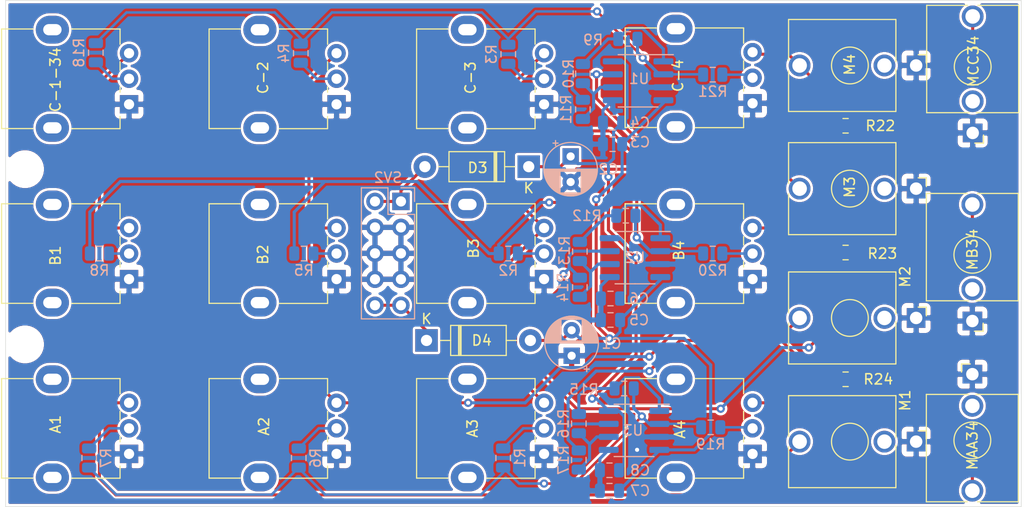
<source format=kicad_pcb>
(kicad_pcb (version 20171130) (host pcbnew 5.1.6)
  (layers (0 Top signal) (31 Bottom signal) (34 B.Paste user hide) (35 F.Paste user) (36 B.SilkS user) (37 F.SilkS user) (38 B.Mask user hide) (39 F.Mask user hide) (44 Edge.Cuts user))
  (net 0 "")
  (net 1 GND)
  (net 2 /N$23)
  (net 3 /N$9)
  (net 4 /N$6)
  (net 5 /N$22)
  (net 6 /N$21)
  (net 7 /N$1)
  (net 8 /N$13)
  (net 9 /N$10)
  (net 10 /N$7)
  (net 11 /N$5)
  (net 12 /N$2)
  (net 13 /N$14)
  (net 14 /N$12)
  (net 15 /N$35)
  (net 16 /N$4)
  (net 17 /N$3)
  (net 18 /N$15)
  (net 19 /N$8)
  (net 20 /+12UP1)
  (net 21 /-12UP1)
  (net 22 /N$17)
  (net 23 /N$16)
  (net 24 /N$11)
  (net 25 /N$18)
  (net 26 /N$26)
  (net 27 /C-11)
  (net 28 /PIN1)
  (net 29 /N$25)
  (net 30 /N$27)
  (net 31 /N$24)
  (net 32 /N$28)
  (net 33 /N$29)
  (net 34 /PINN1)
  (net 35 /N$32)
  (net 36 /N$33)
  (net 37 "Net-(MCC34-PadTN)")
  (net 38 "Net-(MB34-PadTN)")
  (net 39 "Net-(MAA34-PadTN)")
  (net 40 "Net-(M4-PadTN)")
  (net 41 "Net-(M3-PadTN)")
  (net 42 "Net-(M2-PadTN)")
  (net 43 "Net-(M1-PadTN)")
  (module Capacitor_THT:CP_Radial_D5.0mm_P2.50mm (layer Bottom) (at 154.1 95.5 270)
    (fp_text reference C2 (at 1.25 -3.7 180) (layer B.SilkS) (effects (justify mirror)))
    (fp_text value 10uF)
    (pad 2 thru_hole circle (at 2.5 0 270) (size 1.6 1.6) (drill 0.8) (layers *.Cu *.Mask) (net 1 GND))
    (pad 1 thru_hole rect (at 0 0 270) (size 1.6 1.6) (drill 0.8) (layers *.Cu *.Mask) (net 15 /N$35))
  )
  (module Capacitor_THT:CP_Radial_D5.0mm_P2.50mm (layer Bottom) (at 154.2 115 90)
    (fp_text reference C1 (at 1.2 3.9 180) (layer B.SilkS) (effects (justify mirror)))
    (fp_text value 10uF)
    (pad 2 thru_hole circle (at 2.5 0 90) (size 1.6 1.6) (drill 0.8) (layers *.Cu *.Mask) (net 14 /N$12))
    (pad 1 thru_hole rect (at 0 0 90) (size 1.6 1.6) (drill 0.8) (layers *.Cu *.Mask) (net 1 GND))
  )
  (module Diode_THT:D_DO-41_SOD81_P10.16mm_Horizontal (layer Top) (at 140 113.5)
    (fp_text reference D4 (at 5.4 0) (layer F.SilkS))
    (fp_text value 1N4004)
    (fp_text user K (at 0 -2.1) (layer F.SilkS))
    (pad 2 thru_hole oval (at 10.16 0) (size 2.2 2.2) (drill 1.1) (layers *.Cu *.Mask) (net 14 /N$12))
    (pad 1 thru_hole rect (at 0 0) (size 2.2 2.2) (drill 1.1) (layers *.Cu *.Mask) (net 21 /-12UP1))
  )
  (module Diode_THT:D_DO-41_SOD81_P10.16mm_Horizontal (layer Top) (at 150 96.5 180)
    (fp_text reference D3 (at 5 -0.1086) (layer F.SilkS))
    (fp_text value 1N4004)
    (fp_text user K (at 0 -2.1) (layer F.SilkS))
    (pad 2 thru_hole oval (at 10.16 0 180) (size 2.2 2.2) (drill 1.1) (layers *.Cu *.Mask) (net 20 /+12UP1))
    (pad 1 thru_hole rect (at 0 0 180) (size 2.2 2.2) (drill 1.1) (layers *.Cu *.Mask) (net 15 /N$35))
  )
  (module Resistor_SMD:R_0805_2012Metric (layer Top) (at 181 117.3 180)
    (fp_text reference R24 (at -3.2 0) (layer F.SilkS))
    (fp_text value 1k)
    (pad 2 smd roundrect (at 0.9375 0 180) (size 0.975 1.4) (layers Top F.Paste F.Mask) (net 36 /N$33))
    (pad 1 smd roundrect (at -0.9375 0 180) (size 0.975 1.4) (layers Top F.Paste F.Mask) (net 22 /N$17))
  )
  (module Resistor_SMD:R_0805_2012Metric (layer Bottom) (at 154.9 125.2 270)
    (fp_text reference R17 (at 0 1.5 90) (layer B.SilkS) (effects (justify mirror)))
    (fp_text value 100k)
    (pad 1 smd roundrect (at -0.9375 0 270) (size 0.975 1.4) (layers Bottom B.Paste B.Mask) (net 36 /N$33))
    (pad 2 smd roundrect (at 0.9375 0 270) (size 0.975 1.4) (layers Bottom B.Paste B.Mask) (net 35 /N$32))
  )
  (module Resistor_SMD:R_0805_2012Metric (layer Bottom) (at 154.9 121.6375 90)
    (fp_text reference R16 (at 0 -1.5 90) (layer B.SilkS) (effects (justify mirror)))
    (fp_text value 100k)
    (pad 2 smd roundrect (at 0.9375 0 90) (size 0.975 1.4) (layers Bottom B.Paste B.Mask) (net 34 /PINN1))
    (pad 1 smd roundrect (at -0.9375 0 90) (size 0.975 1.4) (layers Bottom B.Paste B.Mask) (net 35 /N$32))
  )
  (module Resistor_SMD:R_0805_2012Metric (layer Bottom) (at 159.3375 118.2)
    (fp_text reference R15 (at -3.9375 0.1) (layer B.SilkS) (effects (justify mirror)))
    (fp_text value 100k)
    (pad 2 smd roundrect (at 0.9375 0) (size 0.975 1.4) (layers Bottom B.Paste B.Mask) (net 25 /N$18))
    (pad 1 smd roundrect (at -0.9375 0) (size 0.975 1.4) (layers Bottom B.Paste B.Mask) (net 34 /PINN1))
  )
  (module Resistor_SMD:R_0805_2012Metric (layer Top) (at 181 104.9 180)
    (fp_text reference R23 (at -3.6 -0.1) (layer F.SilkS))
    (fp_text value 1k)
    (pad 2 smd roundrect (at 0.9375 0 180) (size 0.975 1.4) (layers Top F.Paste F.Mask) (net 33 /N$29))
    (pad 1 smd roundrect (at -0.9375 0 180) (size 0.975 1.4) (layers Top F.Paste F.Mask) (net 23 /N$16))
  )
  (module Resistor_SMD:R_0805_2012Metric (layer Bottom) (at 155 108.3 270)
    (fp_text reference R14 (at 0 1.65 90) (layer B.SilkS) (effects (justify mirror)))
    (fp_text value 100k)
    (pad 2 smd roundrect (at 0.9375 0 270) (size 0.975 1.4) (layers Bottom B.Paste B.Mask) (net 32 /N$28))
    (pad 1 smd roundrect (at -0.9375 0 270) (size 0.975 1.4) (layers Bottom B.Paste B.Mask) (net 33 /N$29))
  )
  (module Resistor_SMD:R_0805_2012Metric (layer Bottom) (at 155 104.8 90)
    (fp_text reference R13 (at 0.1 -1.5 90) (layer B.SilkS) (effects (justify mirror)))
    (fp_text value 100k)
    (pad 2 smd roundrect (at 0.9375 0 90) (size 0.975 1.4) (layers Bottom B.Paste B.Mask) (net 31 /N$24))
    (pad 1 smd roundrect (at -0.9375 0 90) (size 0.975 1.4) (layers Bottom B.Paste B.Mask) (net 32 /N$28))
  )
  (module Resistor_SMD:R_0805_2012Metric (layer Bottom) (at 159.5 101.3)
    (fp_text reference R12 (at -3.8 0) (layer B.SilkS) (effects (justify mirror)))
    (fp_text value 100k)
    (pad 2 smd roundrect (at 0.9375 0) (size 0.975 1.4) (layers Bottom B.Paste B.Mask) (net 26 /N$26))
    (pad 1 smd roundrect (at -0.9375 0) (size 0.975 1.4) (layers Bottom B.Paste B.Mask) (net 31 /N$24))
  )
  (module Resistor_SMD:R_0805_2012Metric (layer Top) (at 181 92.5 180)
    (fp_text reference R22 (at -3.4 0) (layer F.SilkS))
    (fp_text value 1k)
    (pad 2 smd roundrect (at 0.9375 0 180) (size 0.975 1.4) (layers Top F.Paste F.Mask) (net 30 /N$27))
    (pad 1 smd roundrect (at -0.9375 0 180) (size 0.975 1.4) (layers Top F.Paste F.Mask) (net 24 /N$11))
  )
  (module Resistor_SMD:R_0805_2012Metric (layer Bottom) (at 155.3 90.9 270)
    (fp_text reference R11 (at 0 1.65 90) (layer B.SilkS) (effects (justify mirror)))
    (fp_text value 100k)
    (pad 2 smd roundrect (at 0.9375 0 270) (size 0.975 1.4) (layers Bottom B.Paste B.Mask) (net 29 /N$25))
    (pad 1 smd roundrect (at -0.9375 0 270) (size 0.975 1.4) (layers Bottom B.Paste B.Mask) (net 30 /N$27))
  )
  (module Resistor_SMD:R_0805_2012Metric (layer Bottom) (at 155.3 87.4 90)
    (fp_text reference R10 (at 0 -1.4 90) (layer B.SilkS) (effects (justify mirror)))
    (fp_text value 100k)
    (pad 2 smd roundrect (at 0.9375 0 90) (size 0.975 1.4) (layers Bottom B.Paste B.Mask) (net 28 /PIN1))
    (pad 1 smd roundrect (at -0.9375 0 90) (size 0.975 1.4) (layers Bottom B.Paste B.Mask) (net 29 /N$25))
  )
  (module Resistor_SMD:R_0805_2012Metric (layer Bottom) (at 108 105)
    (fp_text reference R8 (at 0 1.65) (layer B.SilkS) (effects (justify mirror)))
    (fp_text value 100k)
    (pad 2 smd roundrect (at 0.9375 0) (size 0.975 1.4) (layers Bottom B.Paste B.Mask) (net 10 /N$7))
    (pad 1 smd roundrect (at -0.9375 0) (size 0.975 1.4) (layers Bottom B.Paste B.Mask) (net 26 /N$26))
  )
  (module Resistor_SMD:R_0805_2012Metric (layer Bottom) (at 107 125 90)
    (fp_text reference R7 (at 0 1.65 90) (layer B.SilkS) (effects (justify mirror)))
    (fp_text value 100k)
    (pad 2 smd roundrect (at 0.9375 0 90) (size 0.975 1.4) (layers Bottom B.Paste B.Mask) (net 3 /N$9))
    (pad 1 smd roundrect (at -0.9375 0 90) (size 0.975 1.4) (layers Bottom B.Paste B.Mask) (net 25 /N$18))
  )
  (module Resistor_SMD:R_0805_2012Metric (layer Bottom) (at 127.5 125 90)
    (fp_text reference R6 (at 0 1.65 90) (layer B.SilkS) (effects (justify mirror)))
    (fp_text value 100k)
    (pad 2 smd roundrect (at 0.9375 0 90) (size 0.975 1.4) (layers Bottom B.Paste B.Mask) (net 4 /N$6))
    (pad 1 smd roundrect (at -0.9375 0 90) (size 0.975 1.4) (layers Bottom B.Paste B.Mask) (net 25 /N$18))
  )
  (module Resistor_SMD:R_0805_2012Metric (layer Bottom) (at 128 105)
    (fp_text reference R5 (at 0 1.65) (layer B.SilkS) (effects (justify mirror)))
    (fp_text value 100k)
    (pad 2 smd roundrect (at 0.9375 0) (size 0.975 1.4) (layers Bottom B.Paste B.Mask) (net 11 /N$5))
    (pad 1 smd roundrect (at -0.9375 0) (size 0.975 1.4) (layers Bottom B.Paste B.Mask) (net 26 /N$26))
  )
  (module Resistor_SMD:R_0805_2012Metric (layer Bottom) (at 127.7 85.4 270)
    (fp_text reference R4 (at 0 1.65 90) (layer B.SilkS) (effects (justify mirror)))
    (fp_text value 100k)
    (pad 2 smd roundrect (at 0.9375 0 270) (size 0.975 1.4) (layers Bottom B.Paste B.Mask) (net 16 /N$4))
    (pad 1 smd roundrect (at -0.9375 0 270) (size 0.975 1.4) (layers Bottom B.Paste B.Mask) (net 27 /C-11))
  )
  (module Resistor_SMD:R_0805_2012Metric (layer Bottom) (at 168 105)
    (fp_text reference R20 (at 0 1.65) (layer B.SilkS) (effects (justify mirror)))
    (fp_text value 100k)
    (pad 2 smd roundrect (at 0.9375 0) (size 0.975 1.4) (layers Bottom B.Paste B.Mask) (net 13 /N$14))
    (pad 1 smd roundrect (at -0.9375 0) (size 0.975 1.4) (layers Bottom B.Paste B.Mask) (net 26 /N$26))
  )
  (module Resistor_SMD:R_0805_2012Metric (layer Bottom) (at 167.8 122)
    (fp_text reference R19 (at 0 1.65) (layer B.SilkS) (effects (justify mirror)))
    (fp_text value 100k)
    (pad 2 smd roundrect (at 0.9375 0) (size 0.975 1.4) (layers Bottom B.Paste B.Mask) (net 8 /N$13))
    (pad 1 smd roundrect (at -0.9375 0) (size 0.975 1.4) (layers Bottom B.Paste B.Mask) (net 25 /N$18))
  )
  (module Resistor_SMD:R_0805_2012Metric (layer Bottom) (at 147.5 125 90)
    (fp_text reference R1 (at 0 1.65 90) (layer B.SilkS) (effects (justify mirror)))
    (fp_text value 100k)
    (pad 2 smd roundrect (at 0.9375 0 90) (size 0.975 1.4) (layers Bottom B.Paste B.Mask) (net 7 /N$1))
    (pad 1 smd roundrect (at -0.9375 0 90) (size 0.975 1.4) (layers Bottom B.Paste B.Mask) (net 25 /N$18))
  )
  (module "" (layer Top) (at 100.7236 113.8886)
    (fp_text reference @HOLE0 hide)
    (fp_text value "" (at 0 0) (layer F.SilkS) (effects (font (size 1.27 1.27))))
    (pad "" np_thru_hole circle (at 0 0) (size 3.2 3.2) (drill 3.2) (layers *.Cu *.Mask))
  )
  (module "" (layer Top) (at 100.7236 96.7436)
    (fp_text reference @HOLE1 hide)
    (fp_text value "" (at 0 0) (layer F.SilkS) (effects (font (size 1.27 1.27))))
    (pad "" np_thru_hole circle (at 0 0) (size 3.2 3.2) (drill 3.2) (layers *.Cu *.Mask))
  )
  (module Connector_Audio:Jack_3.5mm_QingPu_WQP-PJ398SM_Vertical_CircularHoles (layer Top) (at 193.4336 93.2 180)
    (fp_text reference MCC34 (at -0.0664 7 270) (layer F.SilkS))
    (fp_text value AudioJack)
    (pad TN thru_hole circle (at 0 3.1) (size 2.13 2.13) (drill 1.42) (layers *.Cu *.Mask) (net 37 "Net-(MCC34-PadTN)"))
    (pad S thru_hole rect (at 0 0) (size 1.93 1.83) (drill 1.22) (layers *.Cu *.Mask) (net 1 GND))
    (pad T thru_hole circle (at 0 11.4) (size 2.13 2.13) (drill 1.43) (layers *.Cu *.Mask) (net 24 /N$11))
  )
  (module Connector_Audio:Jack_3.5mm_QingPu_WQP-PJ398SM_Vertical_CircularHoles (layer Top) (at 193.4 111.6 180)
    (fp_text reference MB34 (at 0 7 270) (layer F.SilkS))
    (fp_text value AudioJack)
    (pad TN thru_hole circle (at 0 3.1) (size 2.13 2.13) (drill 1.42) (layers *.Cu *.Mask) (net 38 "Net-(MB34-PadTN)"))
    (pad S thru_hole rect (at 0 0) (size 1.93 1.83) (drill 1.22) (layers *.Cu *.Mask) (net 1 GND))
    (pad T thru_hole circle (at 0 11.4) (size 2.13 2.13) (drill 1.43) (layers *.Cu *.Mask) (net 23 /N$16))
  )
  (module Connector_Audio:Jack_3.5mm_QingPu_WQP-PJ398SM_Vertical_CircularHoles (layer Top) (at 193.4 116.8)
    (fp_text reference MAA34 (at 0 7 270) (layer F.SilkS))
    (fp_text value AudioJack)
    (pad TN thru_hole circle (at 0 3.1 180) (size 2.13 2.13) (drill 1.42) (layers *.Cu *.Mask) (net 39 "Net-(MAA34-PadTN)"))
    (pad S thru_hole rect (at 0 0 180) (size 1.93 1.83) (drill 1.22) (layers *.Cu *.Mask) (net 1 GND))
    (pad T thru_hole circle (at 0 11.4 180) (size 2.13 2.13) (drill 1.43) (layers *.Cu *.Mask) (net 22 /N$17))
  )
  (module Connector_Audio:Jack_3.5mm_QingPu_WQP-PJ398SM_Vertical_CircularHoles (layer Top) (at 187.9 86.6 270)
    (fp_text reference M4 (at -0.0836 6.5 270) (layer F.SilkS))
    (fp_text value AudioJack)
    (pad TN thru_hole circle (at 0 3.1 90) (size 2.13 2.13) (drill 1.42) (layers *.Cu *.Mask) (net 40 "Net-(M4-PadTN)"))
    (pad S thru_hole rect (at 0 0 90) (size 1.93 1.83) (drill 1.22) (layers *.Cu *.Mask) (net 1 GND))
    (pad T thru_hole circle (at 0 11.4 90) (size 2.13 2.13) (drill 1.43) (layers *.Cu *.Mask) (net 9 /N$10))
  )
  (module Connector_Audio:Jack_3.5mm_QingPu_WQP-PJ398SM_Vertical_CircularHoles (layer Top) (at 187.9 98.6486 270)
    (fp_text reference M3 (at -0.1486 6.5 270) (layer F.SilkS))
    (fp_text value AudioJack)
    (pad TN thru_hole circle (at 0 3.1 90) (size 2.13 2.13) (drill 1.42) (layers *.Cu *.Mask) (net 41 "Net-(M3-PadTN)"))
    (pad S thru_hole rect (at 0 0 90) (size 1.93 1.83) (drill 1.22) (layers *.Cu *.Mask) (net 1 GND))
    (pad T thru_hole circle (at 0 11.4 90) (size 2.13 2.13) (drill 1.43) (layers *.Cu *.Mask) (net 6 /N$21))
  )
  (module Connector_Audio:Jack_3.5mm_QingPu_WQP-PJ398SM_Vertical_CircularHoles (layer Top) (at 187.9 111.3 270)
    (fp_text reference M2 (at -4.03 1.08 270) (layer F.SilkS))
    (fp_text value AudioJack)
    (pad TN thru_hole circle (at 0 3.1 90) (size 2.13 2.13) (drill 1.42) (layers *.Cu *.Mask) (net 42 "Net-(M2-PadTN)"))
    (pad S thru_hole rect (at 0 0 90) (size 1.93 1.83) (drill 1.22) (layers *.Cu *.Mask) (net 1 GND))
    (pad T thru_hole circle (at 0 11.4 90) (size 2.13 2.13) (drill 1.43) (layers *.Cu *.Mask) (net 5 /N$22))
  )
  (module Connector_Audio:Jack_3.5mm_QingPu_WQP-PJ398SM_Vertical_CircularHoles (layer Top) (at 187.9 123.4 270)
    (fp_text reference M1 (at -4.03 1.08 270) (layer F.SilkS))
    (fp_text value AudioJack)
    (pad TN thru_hole circle (at 0 3.1 90) (size 2.13 2.13) (drill 1.42) (layers *.Cu *.Mask) (net 43 "Net-(M1-PadTN)"))
    (pad S thru_hole rect (at 0 0 90) (size 1.93 1.83) (drill 1.22) (layers *.Cu *.Mask) (net 1 GND))
    (pad T thru_hole circle (at 0 11.4 90) (size 2.13 2.13) (drill 1.43) (layers *.Cu *.Mask) (net 2 /N$23))
  )
  (module Potentiometer_THT:Potentiometer_Alpha_RD901F-40-00D_Single_Vertical (layer Top) (at 171.9 90.3 180)
    (fp_text reference C-4 (at 7.3 2.7 270) (layer F.SilkS))
    (fp_text value A100K)
    (pad 1 thru_hole rect (at 0 0 270) (size 1.8 1.8) (drill 1) (layers *.Cu *.Mask) (net 1 GND))
    (pad 2 thru_hole circle (at 0 2.5 270) (size 1.8 1.8) (drill 1) (layers *.Cu *.Mask) (net 18 /N$15))
    (pad 3 thru_hole circle (at 0 5 270) (size 1.8 1.8) (drill 1) (layers *.Cu *.Mask) (net 9 /N$10))
    (pad "" thru_hole oval (at 7.5 7.3 270) (size 2.72 3.24) (drill oval 1.1 1.8) (layers *.Cu *.Mask))
    (pad "" thru_hole oval (at 7.5 -2.3 270) (size 2.72 3.24) (drill oval 1.1 1.8) (layers *.Cu *.Mask))
  )
  (module Potentiometer_THT:Potentiometer_Alpha_RD901F-40-00D_Single_Vertical (layer Top) (at 171.9 107.5 180)
    (fp_text reference B4 (at 7.2 2.8 270) (layer F.SilkS))
    (fp_text value A100K)
    (pad 1 thru_hole rect (at 0 0 270) (size 1.8 1.8) (drill 1) (layers *.Cu *.Mask) (net 1 GND))
    (pad 2 thru_hole circle (at 0 2.5 270) (size 1.8 1.8) (drill 1) (layers *.Cu *.Mask) (net 13 /N$14))
    (pad 3 thru_hole circle (at 0 5 270) (size 1.8 1.8) (drill 1) (layers *.Cu *.Mask) (net 9 /N$10))
    (pad "" thru_hole oval (at 7.5 7.3 270) (size 2.72 3.24) (drill oval 1.1 1.8) (layers *.Cu *.Mask))
    (pad "" thru_hole oval (at 7.5 -2.3 270) (size 2.72 3.24) (drill oval 1.1 1.8) (layers *.Cu *.Mask))
  )
  (module Potentiometer_THT:Potentiometer_Alpha_RD901F-40-00D_Single_Vertical (layer Top) (at 171.9 124.6 180)
    (fp_text reference A4 (at 7.1 2.4 270) (layer F.SilkS))
    (fp_text value A100K)
    (pad 1 thru_hole rect (at 0 0 270) (size 1.8 1.8) (drill 1) (layers *.Cu *.Mask) (net 1 GND))
    (pad 2 thru_hole circle (at 0 2.5 270) (size 1.8 1.8) (drill 1) (layers *.Cu *.Mask) (net 8 /N$13))
    (pad 3 thru_hole circle (at 0 5 270) (size 1.8 1.8) (drill 1) (layers *.Cu *.Mask) (net 9 /N$10))
    (pad "" thru_hole oval (at 7.5 7.3 270) (size 2.72 3.24) (drill oval 1.1 1.8) (layers *.Cu *.Mask))
    (pad "" thru_hole oval (at 7.5 -2.3 270) (size 2.72 3.24) (drill oval 1.1 1.8) (layers *.Cu *.Mask))
  )
  (module Package_SO:SOIC-8_3.9x4.9mm_P1.27mm (layer Bottom) (at 160.3 122.3 180)
    (fp_text reference U3 (at 0.1 0) (layer B.SilkS) (effects (justify mirror)))
    (fp_text value TL072_SMD)
    (pad 1 smd roundrect (at -2.475 1.905 180) (size 1.95 0.6) (layers Bottom B.Paste B.Mask) (net 34 /PINN1))
    (pad 2 smd roundrect (at -2.475 0.635 180) (size 1.95 0.6) (layers Bottom B.Paste B.Mask) (net 25 /N$18))
    (pad 3 smd roundrect (at -2.475 -0.635 180) (size 1.95 0.6) (layers Bottom B.Paste B.Mask) (net 1 GND))
    (pad 4 smd roundrect (at -2.475 -1.905 180) (size 1.95 0.6) (layers Bottom B.Paste B.Mask) (net 14 /N$12))
    (pad 5 smd roundrect (at 2.475 -1.905 180) (size 1.95 0.6) (layers Bottom B.Paste B.Mask) (net 1 GND))
    (pad 6 smd roundrect (at 2.475 -0.635 180) (size 1.95 0.6) (layers Bottom B.Paste B.Mask) (net 35 /N$32))
    (pad 7 smd roundrect (at 2.475 0.635 180) (size 1.95 0.6) (layers Bottom B.Paste B.Mask) (net 36 /N$33))
    (pad 8 smd roundrect (at 2.475 1.905 180) (size 1.95 0.6) (layers Bottom B.Paste B.Mask) (net 15 /N$35))
  )
  (module Potentiometer_THT:Potentiometer_Alpha_RD901F-40-00D_Single_Vertical (layer Top) (at 151.5 90.4 180)
    (fp_text reference C-3 (at 7.2 2.6 270) (layer F.SilkS))
    (fp_text value A100K)
    (pad 1 thru_hole rect (at 0 0 270) (size 1.8 1.8) (drill 1) (layers *.Cu *.Mask) (net 1 GND))
    (pad 2 thru_hole circle (at 0 2.5 270) (size 1.8 1.8) (drill 1) (layers *.Cu *.Mask) (net 17 /N$3))
    (pad 3 thru_hole circle (at 0 5 270) (size 1.8 1.8) (drill 1) (layers *.Cu *.Mask) (net 6 /N$21))
    (pad "" thru_hole oval (at 7.5 7.3 270) (size 2.72 3.24) (drill oval 1.1 1.8) (layers *.Cu *.Mask))
    (pad "" thru_hole oval (at 7.5 -2.3 270) (size 2.72 3.24) (drill oval 1.1 1.8) (layers *.Cu *.Mask))
  )
  (module Potentiometer_THT:Potentiometer_Alpha_RD901F-40-00D_Single_Vertical (layer Top) (at 151.5 107.5 180)
    (fp_text reference B3 (at 6.9 3 270) (layer F.SilkS))
    (fp_text value A100K)
    (pad 1 thru_hole rect (at 0 0 270) (size 1.8 1.8) (drill 1) (layers *.Cu *.Mask) (net 1 GND))
    (pad 2 thru_hole circle (at 0 2.5 270) (size 1.8 1.8) (drill 1) (layers *.Cu *.Mask) (net 12 /N$2))
    (pad 3 thru_hole circle (at 0 5 270) (size 1.8 1.8) (drill 1) (layers *.Cu *.Mask) (net 6 /N$21))
    (pad "" thru_hole oval (at 7.5 7.3 270) (size 2.72 3.24) (drill oval 1.1 1.8) (layers *.Cu *.Mask))
    (pad "" thru_hole oval (at 7.5 -2.3 270) (size 2.72 3.24) (drill oval 1.1 1.8) (layers *.Cu *.Mask))
  )
  (module Potentiometer_THT:Potentiometer_Alpha_RD901F-40-00D_Single_Vertical (layer Top) (at 151.5 124.6 180)
    (fp_text reference A3 (at 7 2.5 270) (layer F.SilkS))
    (fp_text value A100K)
    (pad 1 thru_hole rect (at 0 0 270) (size 1.8 1.8) (drill 1) (layers *.Cu *.Mask) (net 1 GND))
    (pad 2 thru_hole circle (at 0 2.5 270) (size 1.8 1.8) (drill 1) (layers *.Cu *.Mask) (net 7 /N$1))
    (pad 3 thru_hole circle (at 0 5 270) (size 1.8 1.8) (drill 1) (layers *.Cu *.Mask) (net 6 /N$21))
    (pad "" thru_hole oval (at 7.5 7.3 270) (size 2.72 3.24) (drill oval 1.1 1.8) (layers *.Cu *.Mask))
    (pad "" thru_hole oval (at 7.5 -2.3 270) (size 2.72 3.24) (drill oval 1.1 1.8) (layers *.Cu *.Mask))
  )
  (module Potentiometer_THT:Potentiometer_Alpha_RD901F-40-00D_Single_Vertical (layer Top) (at 131.2 90.4 180)
    (fp_text reference C-2 (at 7.2 2.6 270) (layer F.SilkS))
    (fp_text value A100K)
    (pad 1 thru_hole rect (at 0 0 270) (size 1.8 1.8) (drill 1) (layers *.Cu *.Mask) (net 1 GND))
    (pad 2 thru_hole circle (at 0 2.5 270) (size 1.8 1.8) (drill 1) (layers *.Cu *.Mask) (net 16 /N$4))
    (pad 3 thru_hole circle (at 0 5 270) (size 1.8 1.8) (drill 1) (layers *.Cu *.Mask) (net 5 /N$22))
    (pad "" thru_hole oval (at 7.5 7.3 270) (size 2.72 3.24) (drill oval 1.1 1.8) (layers *.Cu *.Mask))
    (pad "" thru_hole oval (at 7.5 -2.3 270) (size 2.72 3.24) (drill oval 1.1 1.8) (layers *.Cu *.Mask))
  )
  (module Potentiometer_THT:Potentiometer_Alpha_RD901F-40-00D_Single_Vertical (layer Top) (at 131.2 107.5 180)
    (fp_text reference B2 (at 7.2 2.4 270) (layer F.SilkS))
    (fp_text value A100K)
    (pad 1 thru_hole rect (at 0 0 270) (size 1.8 1.8) (drill 1) (layers *.Cu *.Mask) (net 1 GND))
    (pad 2 thru_hole circle (at 0 2.5 270) (size 1.8 1.8) (drill 1) (layers *.Cu *.Mask) (net 11 /N$5))
    (pad 3 thru_hole circle (at 0 5 270) (size 1.8 1.8) (drill 1) (layers *.Cu *.Mask) (net 5 /N$22))
    (pad "" thru_hole oval (at 7.5 7.3 270) (size 2.72 3.24) (drill oval 1.1 1.8) (layers *.Cu *.Mask))
    (pad "" thru_hole oval (at 7.5 -2.3 270) (size 2.72 3.24) (drill oval 1.1 1.8) (layers *.Cu *.Mask))
  )
  (module Potentiometer_THT:Potentiometer_Alpha_RD901F-40-00D_Single_Vertical (layer Top) (at 131.2 124.6 180)
    (fp_text reference A2 (at 7.1 2.7 270) (layer F.SilkS))
    (fp_text value A100K)
    (pad 1 thru_hole rect (at 0 0 270) (size 1.8 1.8) (drill 1) (layers *.Cu *.Mask) (net 1 GND))
    (pad 2 thru_hole circle (at 0 2.5 270) (size 1.8 1.8) (drill 1) (layers *.Cu *.Mask) (net 4 /N$6))
    (pad 3 thru_hole circle (at 0 5 270) (size 1.8 1.8) (drill 1) (layers *.Cu *.Mask) (net 5 /N$22))
    (pad "" thru_hole oval (at 7.5 7.3 270) (size 2.72 3.24) (drill oval 1.1 1.8) (layers *.Cu *.Mask))
    (pad "" thru_hole oval (at 7.5 -2.3 270) (size 2.72 3.24) (drill oval 1.1 1.8) (layers *.Cu *.Mask))
  )
  (module Potentiometer_THT:Potentiometer_Alpha_RD901F-40-00D_Single_Vertical (layer Top) (at 110.9 90.4 180)
    (fp_text reference C-1-34 (at 7.2 2.4 270) (layer F.SilkS))
    (fp_text value A100K)
    (pad 1 thru_hole rect (at 0 0 270) (size 1.8 1.8) (drill 1) (layers *.Cu *.Mask) (net 1 GND))
    (pad 2 thru_hole circle (at 0 2.5 270) (size 1.8 1.8) (drill 1) (layers *.Cu *.Mask) (net 19 /N$8))
    (pad 3 thru_hole circle (at 0 5 270) (size 1.8 1.8) (drill 1) (layers *.Cu *.Mask) (net 2 /N$23))
    (pad "" thru_hole oval (at 7.5 7.3 270) (size 2.72 3.24) (drill oval 1.1 1.8) (layers *.Cu *.Mask))
    (pad "" thru_hole oval (at 7.5 -2.3 270) (size 2.72 3.24) (drill oval 1.1 1.8) (layers *.Cu *.Mask))
  )
  (module Potentiometer_THT:Potentiometer_Alpha_RD901F-40-00D_Single_Vertical (layer Top) (at 110.9 107.5 180)
    (fp_text reference B1 (at 7.2 2.3 270) (layer F.SilkS))
    (fp_text value A100K)
    (pad 1 thru_hole rect (at 0 0 270) (size 1.8 1.8) (drill 1) (layers *.Cu *.Mask) (net 1 GND))
    (pad 2 thru_hole circle (at 0 2.5 270) (size 1.8 1.8) (drill 1) (layers *.Cu *.Mask) (net 10 /N$7))
    (pad 3 thru_hole circle (at 0 5 270) (size 1.8 1.8) (drill 1) (layers *.Cu *.Mask) (net 2 /N$23))
    (pad "" thru_hole oval (at 7.5 7.3 270) (size 2.72 3.24) (drill oval 1.1 1.8) (layers *.Cu *.Mask))
    (pad "" thru_hole oval (at 7.5 -2.3 270) (size 2.72 3.24) (drill oval 1.1 1.8) (layers *.Cu *.Mask))
  )
  (module Potentiometer_THT:Potentiometer_Alpha_RD901F-40-00D_Single_Vertical (layer Top) (at 110.9 124.6 180)
    (fp_text reference A1 (at 7.2 2.9 270) (layer F.SilkS))
    (fp_text value A100K)
    (pad 1 thru_hole rect (at 0 0 270) (size 1.8 1.8) (drill 1) (layers *.Cu *.Mask) (net 1 GND))
    (pad 2 thru_hole circle (at 0 2.5 270) (size 1.8 1.8) (drill 1) (layers *.Cu *.Mask) (net 3 /N$9))
    (pad 3 thru_hole circle (at 0 5 270) (size 1.8 1.8) (drill 1) (layers *.Cu *.Mask) (net 2 /N$23))
    (pad "" thru_hole oval (at 7.5 7.3 270) (size 2.72 3.24) (drill oval 1.1 1.8) (layers *.Cu *.Mask))
    (pad "" thru_hole oval (at 7.5 -2.3 270) (size 2.72 3.24) (drill oval 1.1 1.8) (layers *.Cu *.Mask))
  )
  (module Connector_PinHeader_2.54mm:PinHeader_2x05_P2.54mm_Vertical (layer Bottom) (at 137.5 99.9 180)
    (fp_text reference SV2 (at 1.27 2.33) (layer B.SilkS) (effects (justify mirror)))
    (fp_text value EURO_POWER_HEADERREGULAR)
    (pad 1 thru_hole rect (at 0 0 180) (size 1.7 1.7) (drill 1) (layers *.Cu *.Mask) (net 20 /+12UP1))
    (pad 2 thru_hole oval (at 2.54 0 180) (size 1.7 1.7) (drill 1) (layers *.Cu *.Mask) (net 20 /+12UP1))
    (pad 3 thru_hole oval (at 0 -2.54 180) (size 1.7 1.7) (drill 1) (layers *.Cu *.Mask) (net 1 GND))
    (pad 4 thru_hole oval (at 2.54 -2.54 180) (size 1.7 1.7) (drill 1) (layers *.Cu *.Mask) (net 1 GND))
    (pad 5 thru_hole oval (at 0 -5.08 180) (size 1.7 1.7) (drill 1) (layers *.Cu *.Mask) (net 1 GND))
    (pad 6 thru_hole oval (at 2.54 -5.08 180) (size 1.7 1.7) (drill 1) (layers *.Cu *.Mask) (net 1 GND))
    (pad 7 thru_hole oval (at 0 -7.62 180) (size 1.7 1.7) (drill 1) (layers *.Cu *.Mask) (net 1 GND))
    (pad 8 thru_hole oval (at 2.54 -7.62 180) (size 1.7 1.7) (drill 1) (layers *.Cu *.Mask) (net 1 GND))
    (pad 9 thru_hole oval (at 0 -10.16 180) (size 1.7 1.7) (drill 1) (layers *.Cu *.Mask) (net 21 /-12UP1))
    (pad 10 thru_hole oval (at 2.54 -10.16 180) (size 1.7 1.7) (drill 1) (layers *.Cu *.Mask) (net 21 /-12UP1))
  )
  (module Resistor_SMD:R_0805_2012Metric (layer Bottom) (at 168 87.5)
    (fp_text reference R21 (at 0 1.65) (layer B.SilkS) (effects (justify mirror)))
    (fp_text value 100k)
    (pad 1 smd roundrect (at -0.9375 0) (size 0.975 1.4) (layers Bottom B.Paste B.Mask) (net 27 /C-11))
    (pad 2 smd roundrect (at 0.9375 0) (size 0.975 1.4) (layers Bottom B.Paste B.Mask) (net 18 /N$15))
  )
  (module Resistor_SMD:R_0805_2012Metric (layer Bottom) (at 159.7 84)
    (fp_text reference R9 (at -3.4 0.1) (layer B.SilkS) (effects (justify mirror)))
    (fp_text value 100k)
    (pad 1 smd roundrect (at -0.9375 0) (size 0.975 1.4) (layers Bottom B.Paste B.Mask) (net 28 /PIN1))
    (pad 2 smd roundrect (at 0.9375 0) (size 0.975 1.4) (layers Bottom B.Paste B.Mask) (net 27 /C-11))
  )
  (module Resistor_SMD:R_0805_2012Metric (layer Bottom) (at 107.65 85.35 270)
    (fp_text reference R18 (at 0 1.65 90) (layer B.SilkS) (effects (justify mirror)))
    (fp_text value 100k)
    (pad 1 smd roundrect (at -0.9375 0 270) (size 0.975 1.4) (layers Bottom B.Paste B.Mask) (net 27 /C-11))
    (pad 2 smd roundrect (at 0.9375 0 270) (size 0.975 1.4) (layers Bottom B.Paste B.Mask) (net 19 /N$8))
  )
  (module Resistor_SMD:R_0805_2012Metric (layer Bottom) (at 148 105)
    (fp_text reference R2 (at 0 1.65) (layer B.SilkS) (effects (justify mirror)))
    (fp_text value 100k)
    (pad 1 smd roundrect (at -0.9375 0) (size 0.975 1.4) (layers Bottom B.Paste B.Mask) (net 26 /N$26))
    (pad 2 smd roundrect (at 0.9375 0) (size 0.975 1.4) (layers Bottom B.Paste B.Mask) (net 12 /N$2))
  )
  (module Resistor_SMD:R_0805_2012Metric (layer Bottom) (at 148 85.5 270)
    (fp_text reference R3 (at 0 1.65 90) (layer B.SilkS) (effects (justify mirror)))
    (fp_text value 100k)
    (pad 1 smd roundrect (at -0.9375 0 270) (size 0.975 1.4) (layers Bottom B.Paste B.Mask) (net 27 /C-11))
    (pad 2 smd roundrect (at 0.9375 0 270) (size 0.975 1.4) (layers Bottom B.Paste B.Mask) (net 17 /N$3))
  )
  (module Capacitor_SMD:C_0805_2012Metric (layer Bottom) (at 158 111.5)
    (fp_text reference C5 (at 2.8 0) (layer B.SilkS) (effects (justify mirror)))
    (fp_text value 100nF)
    (pad 1 smd roundrect (at -0.9375 0) (size 0.975 1.4) (layers Bottom B.Paste B.Mask) (net 1 GND))
    (pad 2 smd roundrect (at 0.9375 0) (size 0.975 1.4) (layers Bottom B.Paste B.Mask) (net 14 /N$12))
  )
  (module Capacitor_SMD:C_0805_2012Metric (layer Bottom) (at 157.9 126.2 180)
    (fp_text reference C8 (at -3 0) (layer B.SilkS) (effects (justify mirror)))
    (fp_text value 100nF)
    (pad 2 smd roundrect (at 0.9375 0 180) (size 0.975 1.4) (layers Bottom B.Paste B.Mask) (net 1 GND))
    (pad 1 smd roundrect (at -0.9375 0 180) (size 0.975 1.4) (layers Bottom B.Paste B.Mask) (net 15 /N$35))
  )
  (module Capacitor_SMD:C_0805_2012Metric (layer Bottom) (at 157.9 128.2)
    (fp_text reference C7 (at 3 0) (layer B.SilkS) (effects (justify mirror)))
    (fp_text value 100nF)
    (pad 1 smd roundrect (at -0.9375 0) (size 0.975 1.4) (layers Bottom B.Paste B.Mask) (net 1 GND))
    (pad 2 smd roundrect (at 0.9375 0) (size 0.975 1.4) (layers Bottom B.Paste B.Mask) (net 14 /N$12))
  )
  (module Capacitor_SMD:C_0805_2012Metric (layer Bottom) (at 158 109.4 180)
    (fp_text reference C6 (at -2.8 0) (layer B.SilkS) (effects (justify mirror)))
    (fp_text value 100nF)
    (pad 2 smd roundrect (at 0.9375 0 180) (size 0.975 1.4) (layers Bottom B.Paste B.Mask) (net 1 GND))
    (pad 1 smd roundrect (at -0.9375 0 180) (size 0.975 1.4) (layers Bottom B.Paste B.Mask) (net 15 /N$35))
  )
  (module Package_SO:SOIC-8_3.9x4.9mm_P1.27mm (layer Bottom) (at 160.7 88.1 180)
    (fp_text reference U1 (at -0.1 0.2) (layer B.SilkS) (effects (justify mirror)))
    (fp_text value TL072_SMD)
    (pad 8 smd roundrect (at 2.475 1.905 180) (size 1.95 0.6) (layers Bottom B.Paste B.Mask) (net 15 /N$35))
    (pad 7 smd roundrect (at 2.475 0.635 180) (size 1.95 0.6) (layers Bottom B.Paste B.Mask) (net 30 /N$27))
    (pad 6 smd roundrect (at 2.475 -0.635 180) (size 1.95 0.6) (layers Bottom B.Paste B.Mask) (net 29 /N$25))
    (pad 5 smd roundrect (at 2.475 -1.905 180) (size 1.95 0.6) (layers Bottom B.Paste B.Mask) (net 1 GND))
    (pad 4 smd roundrect (at -2.475 -1.905 180) (size 1.95 0.6) (layers Bottom B.Paste B.Mask) (net 14 /N$12))
    (pad 3 smd roundrect (at -2.475 -0.635 180) (size 1.95 0.6) (layers Bottom B.Paste B.Mask) (net 1 GND))
    (pad 2 smd roundrect (at -2.475 0.635 180) (size 1.95 0.6) (layers Bottom B.Paste B.Mask) (net 27 /C-11))
    (pad 1 smd roundrect (at -2.475 1.905 180) (size 1.95 0.6) (layers Bottom B.Paste B.Mask) (net 28 /PIN1))
  )
  (module Package_SO:SOIC-8_3.9x4.9mm_P1.27mm (layer Bottom) (at 160.4 105.4 180)
    (fp_text reference U2 (at 0 0) (layer B.SilkS) (effects (justify mirror)))
    (fp_text value TL072_SMD)
    (pad 1 smd roundrect (at -2.475 1.905 180) (size 1.95 0.6) (layers Bottom B.Paste B.Mask) (net 31 /N$24))
    (pad 2 smd roundrect (at -2.475 0.635 180) (size 1.95 0.6) (layers Bottom B.Paste B.Mask) (net 26 /N$26))
    (pad 3 smd roundrect (at -2.475 -0.635 180) (size 1.95 0.6) (layers Bottom B.Paste B.Mask) (net 1 GND))
    (pad 4 smd roundrect (at -2.475 -1.905 180) (size 1.95 0.6) (layers Bottom B.Paste B.Mask) (net 14 /N$12))
    (pad 5 smd roundrect (at 2.475 -1.905 180) (size 1.95 0.6) (layers Bottom B.Paste B.Mask) (net 1 GND))
    (pad 6 smd roundrect (at 2.475 -0.635 180) (size 1.95 0.6) (layers Bottom B.Paste B.Mask) (net 32 /N$28))
    (pad 7 smd roundrect (at 2.475 0.635 180) (size 1.95 0.6) (layers Bottom B.Paste B.Mask) (net 33 /N$29))
    (pad 8 smd roundrect (at 2.475 1.905 180) (size 1.95 0.6) (layers Bottom B.Paste B.Mask) (net 15 /N$35))
  )
  (module Capacitor_SMD:C_0805_2012Metric (layer Bottom) (at 158.2 94.3)
    (fp_text reference C3 (at 2.7 -0.2) (layer B.SilkS) (effects (justify mirror)))
    (fp_text value 100nF)
    (pad 2 smd roundrect (at 0.9375 0) (size 0.975 1.4) (layers Bottom B.Paste B.Mask) (net 14 /N$12))
    (pad 1 smd roundrect (at -0.9375 0) (size 0.975 1.4) (layers Bottom B.Paste B.Mask) (net 1 GND))
  )
  (module Capacitor_SMD:C_0805_2012Metric (layer Bottom) (at 158.2 92.2 180)
    (fp_text reference C4 (at -2.7 0) (layer B.SilkS) (effects (justify mirror)))
    (fp_text value 100nF)
    (pad 1 smd roundrect (at -0.9375 0 180) (size 0.975 1.4) (layers Bottom B.Paste B.Mask) (net 15 /N$35))
    (pad 2 smd roundrect (at 0.9375 0 180) (size 0.975 1.4) (layers Bottom B.Paste B.Mask) (net 1 GND))
  )
  (gr_line (start 98.8186 129.7636) (end 198.1836 129.7636) (layer Edge.Cuts) (width 0.05))
  (gr_line (start 198.1836 80.2436) (end 98.8186 80.2436) (layer Edge.Cuts) (width 0.05))
  (gr_line (start 98.8186 80.2436) (end 98.8186 129.7636) (layer Edge.Cuts) (width 0.05))
  (gr_line (start 198.1836 129.7636) (end 198.1836 80.2436) (layer Edge.Cuts) (width 0.05))
  (segment (start 157.0625 108.1675) (end 157.925 107.305) (width 0.3) (layer Bottom) (net 1))
  (segment (start 157.0625 109.4) (end 157.0625 108.1675) (width 0.3) (layer Bottom) (net 1))
  (segment (start 156.9625 125.0675) (end 157.825 124.205) (width 0.3) (layer Bottom) (net 1))
  (segment (start 156.9625 126.2) (end 156.9625 125.0675) (width 0.3) (layer Bottom) (net 1))
  (via (at 160.6 124.2) (size 0.8) (drill 0.4) (layers Top Bottom) (net 1))
  (segment (start 157.2625 90.9675) (end 158.225 90.005) (width 0.3) (layer Bottom) (net 1))
  (segment (start 157.2625 92.2) (end 157.2625 90.9675) (width 0.3) (layer Bottom) (net 1))
  (via (at 156.2 119.2) (size 0.8) (drill 0.4) (layers Top Bottom) (net 15))
  (via (at 156.6 99.7) (size 0.8) (drill 0.4) (layers Top Bottom) (net 14))
  (via (at 160.5 105.4) (size 0.8) (drill 0.4) (layers Top Bottom) (net 15))
  (via (at 157.8 97.5) (size 0.8) (drill 0.4) (layers Top Bottom) (net 15))
  (segment (start 171.28999 128.61001) (end 109.61001 128.61001) (width 0.3) (layer Top) (net 2))
  (segment (start 176.5 123.4) (end 171.28999 128.61001) (width 0.3) (layer Top) (net 2))
  (segment (start 108 88.3) (end 110.9 85.4) (width 0.3) (layer Top) (net 2))
  (segment (start 109.61001 128.61001) (end 108 127) (width 0.3) (layer Top) (net 2))
  (segment (start 110.9 119.6) (end 109.6 119.6) (width 0.3) (layer Top) (net 2))
  (segment (start 109.6 119.6) (end 108 118) (width 0.3) (layer Top) (net 2))
  (segment (start 108 127) (end 108 118) (width 0.3) (layer Top) (net 2))
  (segment (start 110.9 102.5) (end 109.5 102.5) (width 0.3) (layer Top) (net 2))
  (segment (start 109.5 102.5) (end 108 101) (width 0.3) (layer Top) (net 2))
  (segment (start 108 101) (end 108 88.3) (width 0.3) (layer Top) (net 2))
  (segment (start 108 118) (end 108 101) (width 0.3) (layer Top) (net 2))
  (segment (start 108.9625 122.1) (end 107 124.0625) (width 0.25) (layer Bottom) (net 3))
  (segment (start 110.9 122.1) (end 108.9625 122.1) (width 0.25) (layer Bottom) (net 3))
  (segment (start 129.4625 122.1) (end 127.5 124.0625) (width 0.25) (layer Bottom) (net 4))
  (segment (start 131.2 122.1) (end 129.4625 122.1) (width 0.25) (layer Bottom) (net 4))
  (segment (start 128.5 88.1) (end 128.5 88.5) (width 0.3) (layer Top) (net 5))
  (segment (start 131.2 85.4) (end 128.5 88.1) (width 0.3) (layer Top) (net 5))
  (segment (start 129.5 102.5) (end 128.5 101.5) (width 0.3) (layer Top) (net 5))
  (segment (start 131.2 102.5) (end 129.5 102.5) (width 0.3) (layer Top) (net 5))
  (segment (start 128.5 101.5) (end 128.5 88.5) (width 0.3) (layer Top) (net 5))
  (segment (start 128.5 111) (end 128.5 110.9) (width 0.3) (layer Top) (net 5))
  (segment (start 128.5 110.9) (end 128.5 101.5) (width 0.3) (layer Top) (net 5))
  (segment (start 128.5 116.9) (end 131.2 119.6) (width 0.3) (layer Top) (net 5))
  (segment (start 128.5 112) (end 128.5 116.9) (width 0.3) (layer Top) (net 5))
  (segment (start 128.5 110.9) (end 128.5 112) (width 0.3) (layer Top) (net 5))
  (segment (start 131.2 119.6) (end 144.069998 119.6) (width 0.3) (layer Top) (net 5))
  (segment (start 144.069998 119.6) (end 144.069998 119.6) (width 0.3) (layer Top) (net 5))
  (via (at 144.069998 119.6) (size 0.8) (drill 0.4) (layers Top Bottom) (net 5))
  (segment (start 149.649998 119.6) (end 153.099997 116.150001) (width 0.3) (layer Bottom) (net 5))
  (segment (start 144.069998 119.6) (end 149.649998 119.6) (width 0.3) (layer Bottom) (net 5))
  (segment (start 162.9 113.978319) (end 161.78916 115.08916) (width 0.3) (layer Top) (net 5))
  (segment (start 176.5 111.3) (end 175.1 112.7) (width 0.3) (layer Top) (net 5))
  (segment (start 164.178319 112.7) (end 162.9 113.978319) (width 0.3) (layer Top) (net 5))
  (segment (start 175.1 112.7) (end 164.178319 112.7) (width 0.3) (layer Top) (net 5))
  (via (at 161.78916 115.08916) (size 0.8) (drill 0.4) (layers Top Bottom) (net 5))
  (segment (start 155.280001 116.150001) (end 153.099997 116.150001) (width 0.3) (layer Bottom) (net 5))
  (segment (start 156.340842 115.08916) (end 155.280001 116.150001) (width 0.3) (layer Bottom) (net 5))
  (segment (start 161.78916 115.08916) (end 156.340842 115.08916) (width 0.3) (layer Bottom) (net 5))
  (segment (start 176.5 98.6486) (end 175.435001 97.583601) (width 0.3) (layer Top) (net 6))
  (segment (start 175.435001 97.583601) (end 168.083601 97.583601) (width 0.3) (layer Top) (net 6))
  (segment (start 151.5 85.4) (end 147.5 89.4) (width 0.3) (layer Top) (net 6))
  (segment (start 147.5 98.5) (end 151.5 102.5) (width 0.3) (layer Top) (net 6))
  (segment (start 162.583601 97.583601) (end 168.083601 97.583601) (width 0.3) (layer Top) (net 6))
  (segment (start 158 93) (end 162.583601 97.583601) (width 0.3) (layer Top) (net 6))
  (segment (start 147.5 93) (end 158 93) (width 0.3) (layer Top) (net 6))
  (segment (start 147.5 89.4) (end 147.5 93) (width 0.3) (layer Top) (net 6))
  (segment (start 147.5 93) (end 147.5 98.5) (width 0.3) (layer Top) (net 6))
  (segment (start 151.5 119.6) (end 146.6 114.7) (width 0.3) (layer Top) (net 6))
  (segment (start 146.6 107.4) (end 148.6 105.4) (width 0.3) (layer Top) (net 6))
  (segment (start 146.6 114.7) (end 146.6 107.4) (width 0.3) (layer Top) (net 6))
  (segment (start 148.6 105.4) (end 148.5 105.5) (width 0.3) (layer Top) (net 6))
  (segment (start 151.5 102.5) (end 148.6 105.4) (width 0.3) (layer Top) (net 6))
  (segment (start 149.4625 122.1) (end 147.5 124.0625) (width 0.25) (layer Bottom) (net 7))
  (segment (start 151.5 122.1) (end 149.4625 122.1) (width 0.25) (layer Bottom) (net 7))
  (segment (start 171.8 122) (end 171.9 122.1) (width 0.25) (layer Bottom) (net 8))
  (segment (start 168.7375 122) (end 171.8 122) (width 0.25) (layer Bottom) (net 8))
  (segment (start 176.5 86.6) (end 175.4 85.5) (width 0.3) (layer Top) (net 9))
  (segment (start 172.1 85.5) (end 171.9 85.3) (width 0.3) (layer Top) (net 9))
  (segment (start 175.4 85.5) (end 172.1 85.5) (width 0.3) (layer Top) (net 9))
  (segment (start 181 91.1) (end 176.5 86.6) (width 0.3) (layer Top) (net 9))
  (segment (start 180 102.5) (end 181 101.5) (width 0.3) (layer Top) (net 9))
  (segment (start 171.9 102.5) (end 180 102.5) (width 0.3) (layer Top) (net 9))
  (segment (start 181 101.5) (end 181 91.1) (width 0.3) (layer Top) (net 9))
  (segment (start 181 118.6) (end 180 119.6) (width 0.3) (layer Top) (net 9))
  (segment (start 180 119.6) (end 171.9 119.6) (width 0.3) (layer Top) (net 9))
  (segment (start 181 101.5) (end 181 118.6) (width 0.3) (layer Top) (net 9))
  (segment (start 108.9375 105) (end 110.9 105) (width 0.25) (layer Bottom) (net 10))
  (segment (start 128.9375 105) (end 131.2 105) (width 0.25) (layer Bottom) (net 11))
  (segment (start 148.9375 105) (end 151.5 105) (width 0.25) (layer Bottom) (net 12))
  (segment (start 168.9375 105) (end 171.9 105) (width 0.25) (layer Bottom) (net 13))
  (segment (start 162.775 124.2625) (end 162.775 124.205) (width 0.3) (layer Bottom) (net 14))
  (segment (start 158.8375 128.2) (end 162.775 124.2625) (width 0.3) (layer Bottom) (net 14))
  (segment (start 162.875 107.5625) (end 162.875 107.305) (width 0.3) (layer Bottom) (net 14))
  (segment (start 158.9375 111.5) (end 160.51875 109.91875) (width 0.3) (layer Bottom) (net 14))
  (segment (start 163.175 90.2625) (end 163.175 90.005) (width 0.3) (layer Bottom) (net 14))
  (segment (start 159.1375 94.3) (end 163.175 90.2625) (width 0.3) (layer Bottom) (net 14))
  (segment (start 153.2 113.5) (end 154.2 112.5) (width 0.3) (layer Top) (net 14))
  (segment (start 150.16 113.5) (end 153.2 113.5) (width 0.3) (layer Top) (net 14))
  (segment (start 154.2 112.5) (end 155 113.3) (width 0.3) (layer Bottom) (net 14))
  (segment (start 155 113.3) (end 157.9 113.3) (width 0.3) (layer Bottom) (net 14))
  (segment (start 158.9375 112.6625) (end 158.9375 111.5) (width 0.3) (layer Bottom) (net 14))
  (segment (start 158.3 113.3) (end 158.9375 112.6625) (width 0.3) (layer Bottom) (net 14))
  (segment (start 157.9 113.3) (end 157.9 113.3) (width 0.3) (layer Bottom) (net 14))
  (segment (start 160.51875 109.91875) (end 162.875 107.5625) (width 0.3) (layer Bottom) (net 14))
  (segment (start 157.9 113.3) (end 158.3 113.3) (width 0.3) (layer Bottom) (net 14))
  (via (at 157.9 113.3) (size 0.8) (drill 0.4) (layers Top Bottom) (net 14))
  (segment (start 159.1375 97.1625) (end 156.6 99.7) (width 0.3) (layer Bottom) (net 14))
  (segment (start 159.1375 94.3) (end 159.1375 97.1625) (width 0.3) (layer Bottom) (net 14))
  (segment (start 156.6 112) (end 157.9 113.3) (width 0.3) (layer Top) (net 14))
  (segment (start 156.6 99.7) (end 156.6 112) (width 0.3) (layer Top) (net 14))
  (segment (start 166.197206 124.205) (end 162.775 124.205) (width 0.3) (layer Bottom) (net 14))
  (segment (start 167.8 122.602206) (end 166.197206 124.205) (width 0.3) (layer Bottom) (net 14))
  (segment (start 167.8 115.9) (end 167.8 122.602206) (width 0.3) (layer Bottom) (net 14))
  (segment (start 165.2 113.3) (end 167.8 115.9) (width 0.3) (layer Bottom) (net 14))
  (segment (start 157.9 113.3) (end 165.2 113.3) (width 0.3) (layer Bottom) (net 14))
  (segment (start 159.323027 120.918027) (end 158.8 120.395) (width 0.3) (layer Bottom) (net 15))
  (segment (start 159.323027 125.714473) (end 159.323027 120.918027) (width 0.3) (layer Bottom) (net 15))
  (segment (start 158.8 120.395) (end 157.825 120.395) (width 0.3) (layer Bottom) (net 15))
  (segment (start 158.8375 126.2) (end 159.323027 125.714473) (width 0.3) (layer Bottom) (net 15))
  (segment (start 158.9 103.495) (end 157.925 103.495) (width 0.3) (layer Bottom) (net 15))
  (segment (start 159.423027 104.018027) (end 158.9 103.495) (width 0.3) (layer Bottom) (net 15))
  (segment (start 158.9375 109.4) (end 159.423027 108.914473) (width 0.3) (layer Bottom) (net 15))
  (segment (start 159.2 86.195) (end 158.225 86.195) (width 0.3) (layer Bottom) (net 15))
  (segment (start 159.623027 86.618027) (end 159.2 86.195) (width 0.3) (layer Bottom) (net 15))
  (segment (start 159.623027 91.714473) (end 159.623027 86.618027) (width 0.3) (layer Bottom) (net 15))
  (segment (start 159.1375 92.2) (end 159.623027 91.714473) (width 0.3) (layer Bottom) (net 15))
  (segment (start 153.1 96.5) (end 154.1 95.5) (width 0.3) (layer Top) (net 15))
  (segment (start 150 96.5) (end 153.1 96.5) (width 0.3) (layer Top) (net 15))
  (segment (start 158.29999 95.70001) (end 157.8 96.2) (width 0.3) (layer Bottom) (net 15))
  (segment (start 158.29999 93.03751) (end 158.29999 95.70001) (width 0.3) (layer Bottom) (net 15))
  (segment (start 159.1375 92.2) (end 158.29999 93.03751) (width 0.3) (layer Bottom) (net 15))
  (segment (start 154.8 96.2) (end 154.1 95.5) (width 0.3) (layer Bottom) (net 15))
  (segment (start 157.8 96.2) (end 154.8 96.2) (width 0.3) (layer Bottom) (net 15))
  (segment (start 159.5 105.4) (end 159.423027 105.323027) (width 0.3) (layer Bottom) (net 15))
  (segment (start 160.5 105.4) (end 159.5 105.4) (width 0.3) (layer Bottom) (net 15))
  (segment (start 159.423027 105.323027) (end 159.423027 104.018027) (width 0.3) (layer Bottom) (net 15))
  (segment (start 159.423027 108.914473) (end 159.423027 105.323027) (width 0.3) (layer Bottom) (net 15))
  (segment (start 157.8 102.7) (end 160.5 105.4) (width 0.3) (layer Top) (net 15))
  (segment (start 156.63 119.2) (end 157.825 120.395) (width 0.3) (layer Bottom) (net 15))
  (segment (start 156.2 119.2) (end 156.63 119.2) (width 0.3) (layer Bottom) (net 15))
  (segment (start 160.5 114.9) (end 156.2 119.2) (width 0.3) (layer Top) (net 15))
  (segment (start 160.5 105.4) (end 160.5 114.9) (width 0.3) (layer Top) (net 15))
  (segment (start 157.8 97.5) (end 157.8 102.7) (width 0.3) (layer Top) (net 15))
  (segment (start 157.8 97.5) (end 157.8 96.2) (width 0.3) (layer Bottom) (net 15))
  (segment (start 129.2625 87.9) (end 127.7 86.3375) (width 0.25) (layer Bottom) (net 16))
  (segment (start 131.2 87.9) (end 129.2625 87.9) (width 0.25) (layer Bottom) (net 16))
  (segment (start 149.4625 87.9) (end 148 86.4375) (width 0.25) (layer Bottom) (net 17))
  (segment (start 151.5 87.9) (end 149.4625 87.9) (width 0.25) (layer Bottom) (net 17))
  (segment (start 171.6 87.5) (end 171.9 87.8) (width 0.25) (layer Bottom) (net 18))
  (segment (start 168.9375 87.5) (end 171.6 87.5) (width 0.25) (layer Bottom) (net 18))
  (segment (start 109.2625 87.9) (end 107.65 86.2875) (width 0.25) (layer Bottom) (net 19))
  (segment (start 110.9 87.9) (end 109.2625 87.9) (width 0.25) (layer Bottom) (net 19))
  (segment (start 134.96 99.9) (end 137.5 99.9) (width 0.3) (layer Top) (net 20))
  (segment (start 137.5 98.84) (end 137.5 99.9) (width 0.3) (layer Top) (net 20))
  (segment (start 139.84 96.5) (end 137.5 98.84) (width 0.3) (layer Top) (net 20))
  (segment (start 140 113.36) (end 140 113.5) (width 0.3) (layer Top) (net 21))
  (segment (start 134.96 110.06) (end 137.5 110.06) (width 0.3) (layer Top) (net 21))
  (segment (start 140 112.56) (end 140 113.5) (width 0.3) (layer Top) (net 21))
  (segment (start 137.5 110.06) (end 140 112.56) (width 0.3) (layer Top) (net 21))
  (segment (start 181.9375 117.3) (end 186.7 117.3) (width 0.3) (layer Top) (net 22))
  (segment (start 193.4 124) (end 193.4 128.2) (width 0.3) (layer Top) (net 22))
  (segment (start 186.7 117.3) (end 193.4 124) (width 0.3) (layer Top) (net 22))
  (segment (start 181.9375 104.9) (end 191.6 104.9) (width 0.3) (layer Top) (net 23))
  (segment (start 193.4 103.1) (end 193.4 100.2) (width 0.3) (layer Top) (net 23))
  (segment (start 191.6 104.9) (end 193.4 103.1) (width 0.3) (layer Top) (net 23))
  (segment (start 181.9375 92.5) (end 186.2 92.5) (width 0.3) (layer Top) (net 24))
  (segment (start 193.4336 85.2664) (end 193.4336 81.8) (width 0.3) (layer Top) (net 24))
  (segment (start 186.2 92.5) (end 193.4336 85.2664) (width 0.3) (layer Top) (net 24))
  (via (at 151.5 127.5) (size 0.8) (drill 0.4) (layers Top Bottom) (net 25))
  (segment (start 161.8 121.665) (end 162.775 121.665) (width 0.3) (layer Bottom) (net 25))
  (segment (start 160.275 120.14) (end 161.0675 120.9325) (width 0.3) (layer Bottom) (net 25))
  (segment (start 160.275 118.2) (end 160.275 120.14) (width 0.3) (layer Bottom) (net 25))
  (segment (start 166.5275 121.665) (end 166.8625 122) (width 0.25) (layer Bottom) (net 25))
  (segment (start 162.775 121.665) (end 166.5275 121.665) (width 0.25) (layer Bottom) (net 25))
  (segment (start 124.85249 128.58501) (end 127.5 125.9375) (width 0.25) (layer Bottom) (net 25))
  (segment (start 109.64751 128.58501) (end 124.85249 128.58501) (width 0.25) (layer Bottom) (net 25))
  (segment (start 107 125.9375) (end 109.64751 128.58501) (width 0.25) (layer Bottom) (net 25))
  (segment (start 145.33999 128.58501) (end 130.08501 128.58501) (width 0.25) (layer Bottom) (net 25))
  (segment (start 147.5 126.425) (end 145.33999 128.58501) (width 0.25) (layer Bottom) (net 25))
  (segment (start 147.5 125.9375) (end 147.5 126.425) (width 0.25) (layer Bottom) (net 25))
  (segment (start 127.5 126) (end 127.5 125.9375) (width 0.25) (layer Bottom) (net 25))
  (segment (start 130.08501 128.58501) (end 127.5 126) (width 0.25) (layer Bottom) (net 25))
  (segment (start 149.0625 127.5) (end 147.5 125.9375) (width 0.25) (layer Bottom) (net 25))
  (segment (start 151.5 127.5) (end 149.0625 127.5) (width 0.25) (layer Bottom) (net 25))
  (segment (start 161.0675 120.9325) (end 161.8 121.665) (width 0.3) (layer Bottom) (net 25))
  (via (at 161.0675 120.9325) (size 0.8) (drill 0.4) (layers Top Bottom) (net 25))
  (segment (start 154.5 127.5) (end 161.0675 120.9325) (width 0.25) (layer Top) (net 25))
  (segment (start 151.5 127.5) (end 154.5 127.5) (width 0.25) (layer Top) (net 25))
  (segment (start 161.9 104.765) (end 162.875 104.765) (width 0.3) (layer Bottom) (net 26))
  (segment (start 160.4375 103.3025) (end 160.5675 103.4325) (width 0.3) (layer Bottom) (net 26))
  (segment (start 160.4375 101.3) (end 160.4375 103.3025) (width 0.3) (layer Bottom) (net 26))
  (segment (start 166.8275 104.765) (end 167.0625 105) (width 0.25) (layer Bottom) (net 26))
  (segment (start 162.875 104.765) (end 166.8275 104.765) (width 0.25) (layer Bottom) (net 26))
  (segment (start 107.0625 105) (end 107.0625 100.9375) (width 0.3) (layer Bottom) (net 26))
  (segment (start 146.121681 105) (end 147.0625 105) (width 0.3) (layer Bottom) (net 26))
  (segment (start 139.071682 97.950001) (end 146.121681 105) (width 0.3) (layer Bottom) (net 26))
  (segment (start 107.0625 100.9375) (end 110.049999 97.950001) (width 0.3) (layer Bottom) (net 26))
  (segment (start 127.0625 100.9375) (end 130.049999 97.950001) (width 0.3) (layer Bottom) (net 26))
  (segment (start 127.0625 105) (end 127.0625 100.9375) (width 0.3) (layer Bottom) (net 26))
  (segment (start 130.049999 97.950001) (end 139.071682 97.950001) (width 0.3) (layer Bottom) (net 26))
  (segment (start 110.049999 97.950001) (end 130.049999 97.950001) (width 0.3) (layer Bottom) (net 26))
  (segment (start 160.5675 103.4325) (end 161.9 104.765) (width 0.3) (layer Bottom) (net 26))
  (via (at 160.5675 103.4325) (size 0.8) (drill 0.4) (layers Top Bottom) (net 26))
  (segment (start 160.5675 103.4325) (end 160.5675 97.1675) (width 0.3) (layer Top) (net 26))
  (segment (start 157.439999 96.749999) (end 155.2 98.989998) (width 0.3) (layer Top) (net 26))
  (segment (start 160.149999 96.749999) (end 157.439999 96.749999) (width 0.3) (layer Top) (net 26))
  (segment (start 160.5675 97.1675) (end 160.149999 96.749999) (width 0.3) (layer Top) (net 26))
  (segment (start 155.2 98.989998) (end 154.189998 100) (width 0.3) (layer Top) (net 26))
  (segment (start 154.189998 100) (end 152 100) (width 0.3) (layer Top) (net 26))
  (segment (start 152 100) (end 152 100) (width 0.3) (layer Top) (net 26))
  (via (at 152 100) (size 0.8) (drill 0.4) (layers Top Bottom) (net 26))
  (segment (start 147.0625 105) (end 147.0625 104.1375) (width 0.3) (layer Bottom) (net 26))
  (segment (start 151.2 100) (end 152 100) (width 0.3) (layer Bottom) (net 26))
  (segment (start 147.0625 104.1375) (end 151.2 100) (width 0.3) (layer Bottom) (net 26))
  (segment (start 162.762876 87.465) (end 163.175 87.465) (width 0.3) (layer Bottom) (net 27))
  (segment (start 160.6375 85.339624) (end 161.148938 85.851062) (width 0.3) (layer Bottom) (net 27))
  (segment (start 160.6375 84) (end 160.6375 85.339624) (width 0.3) (layer Bottom) (net 27))
  (segment (start 127.7 83.975) (end 127.7 84.4625) (width 0.25) (layer Bottom) (net 27))
  (segment (start 125.13999 81.41499) (end 127.7 83.975) (width 0.25) (layer Bottom) (net 27))
  (segment (start 110.64751 81.41499) (end 125.13999 81.41499) (width 0.25) (layer Bottom) (net 27))
  (segment (start 107.65 84.4125) (end 110.64751 81.41499) (width 0.25) (layer Bottom) (net 27))
  (segment (start 130.74751 81.41499) (end 145.41499 81.41499) (width 0.25) (layer Bottom) (net 27))
  (segment (start 127.7 84.4625) (end 130.74751 81.41499) (width 0.25) (layer Bottom) (net 27))
  (segment (start 148 84) (end 148 84.5625) (width 0.25) (layer Bottom) (net 27))
  (segment (start 145.41499 81.41499) (end 148 84) (width 0.25) (layer Bottom) (net 27))
  (segment (start 150.68501 81.31499) (end 156.68501 81.31499) (width 0.25) (layer Bottom) (net 27))
  (segment (start 148 84) (end 150.68501 81.31499) (width 0.25) (layer Bottom) (net 27))
  (segment (start 161.148938 85.851062) (end 162.762876 87.465) (width 0.3) (layer Bottom) (net 27))
  (via (at 161.148938 85.851062) (size 0.8) (drill 0.4) (layers Top Bottom) (net 27))
  (via (at 156.68501 81.31499) (size 0.8) (drill 0.4) (layers Top Bottom) (net 27))
  (segment (start 161.148938 85.778918) (end 161.148938 85.851062) (width 0.25) (layer Top) (net 27))
  (segment (start 156.68501 81.31499) (end 161.148938 85.778918) (width 0.25) (layer Top) (net 27))
  (segment (start 167.0275 87.465) (end 167.0625 87.5) (width 0.25) (layer Bottom) (net 27))
  (segment (start 163.175 87.465) (end 167.0275 87.465) (width 0.25) (layer Bottom) (net 27))
  (segment (start 157.7625 84) (end 155.3 86.4625) (width 0.3) (layer Bottom) (net 28))
  (segment (start 158.7625 84) (end 157.7625 84) (width 0.3) (layer Bottom) (net 28))
  (segment (start 163.175 84.997794) (end 163.175 86.195) (width 0.3) (layer Bottom) (net 28))
  (segment (start 161.127196 82.94999) (end 163.175 84.997794) (width 0.3) (layer Bottom) (net 28))
  (segment (start 159.81251 82.94999) (end 161.127196 82.94999) (width 0.3) (layer Bottom) (net 28))
  (segment (start 158.7625 84) (end 159.81251 82.94999) (width 0.3) (layer Bottom) (net 28))
  (segment (start 156.35001 90.78749) (end 155.3 91.8375) (width 0.3) (layer Bottom) (net 29))
  (segment (start 156.35001 89.38751) (end 156.35001 90.78749) (width 0.3) (layer Bottom) (net 29))
  (segment (start 155.3 88.3375) (end 156.35001 89.38751) (width 0.3) (layer Bottom) (net 29))
  (segment (start 157.00252 88.735) (end 156.35001 89.38751) (width 0.3) (layer Bottom) (net 29))
  (segment (start 158.225 88.735) (end 157.00252 88.735) (width 0.3) (layer Bottom) (net 29))
  (segment (start 154.632794 87.465) (end 156.635 87.465) (width 0.3) (layer Bottom) (net 30))
  (segment (start 154.24999 87.847804) (end 154.632794 87.465) (width 0.3) (layer Bottom) (net 30))
  (segment (start 154.24999 88.91249) (end 154.24999 87.847804) (width 0.3) (layer Bottom) (net 30))
  (segment (start 155.3 89.9625) (end 154.24999 88.91249) (width 0.3) (layer Bottom) (net 30))
  (segment (start 156.635 87.465) (end 158.225 87.465) (width 0.3) (layer Bottom) (net 30))
  (via (at 156.635 87.465) (size 0.8) (drill 0.4) (layers Top Bottom) (net 30))
  (segment (start 156.635 87.465) (end 156.635 89.835) (width 0.3) (layer Top) (net 30))
  (segment (start 156.635 89.835) (end 162.3 95.5) (width 0.3) (layer Top) (net 30))
  (segment (start 177.0625 95.5) (end 180.0625 92.5) (width 0.3) (layer Top) (net 30))
  (segment (start 162.3 95.5) (end 177.0625 95.5) (width 0.3) (layer Top) (net 30))
  (segment (start 157.5625 101.3) (end 158.5625 101.3) (width 0.3) (layer Bottom) (net 31))
  (segment (start 155 103.8625) (end 157.5625 101.3) (width 0.3) (layer Bottom) (net 31))
  (segment (start 162.875 102.197794) (end 162.875 103.495) (width 0.3) (layer Bottom) (net 31))
  (segment (start 160.927196 100.24999) (end 162.875 102.197794) (width 0.3) (layer Bottom) (net 31))
  (segment (start 159.61251 100.24999) (end 160.927196 100.24999) (width 0.3) (layer Bottom) (net 31))
  (segment (start 158.5625 101.3) (end 159.61251 100.24999) (width 0.3) (layer Bottom) (net 31))
  (segment (start 156.05001 108.18749) (end 155 109.2375) (width 0.3) (layer Bottom) (net 32))
  (segment (start 156.05001 106.78751) (end 156.05001 108.18749) (width 0.3) (layer Bottom) (net 32))
  (segment (start 155 105.7375) (end 156.05001 106.78751) (width 0.3) (layer Bottom) (net 32))
  (segment (start 156.80252 106.035) (end 156.05001 106.78751) (width 0.3) (layer Bottom) (net 32))
  (segment (start 157.925 106.035) (end 156.80252 106.035) (width 0.3) (layer Bottom) (net 32))
  (segment (start 153.94999 106.31249) (end 155 107.3625) (width 0.3) (layer Bottom) (net 33))
  (segment (start 154.432794 104.765) (end 153.94999 105.247804) (width 0.3) (layer Bottom) (net 33))
  (segment (start 157.925 104.765) (end 154.432794 104.765) (width 0.3) (layer Bottom) (net 33))
  (segment (start 153.94999 105.65001) (end 153.94999 106.45001) (width 0.3) (layer Bottom) (net 33))
  (segment (start 153.94999 105.247804) (end 153.94999 105.65001) (width 0.3) (layer Bottom) (net 33))
  (segment (start 153.94999 105.65001) (end 153.94999 106.31249) (width 0.3) (layer Bottom) (net 33))
  (segment (start 153.94999 106.45001) (end 153.4 107) (width 0.3) (layer Bottom) (net 33))
  (segment (start 153.4 107) (end 153.4 107) (width 0.3) (layer Bottom) (net 33))
  (via (at 153.4 107) (size 0.8) (drill 0.4) (layers Top Bottom) (net 33))
  (segment (start 154.696497 120.182499) (end 168.382499 120.182499) (width 0.3) (layer Top) (net 33))
  (segment (start 148.709999 114.196001) (end 154.696497 120.182499) (width 0.3) (layer Top) (net 33))
  (segment (start 148.709999 112.720003) (end 148.709999 114.196001) (width 0.3) (layer Top) (net 33))
  (segment (start 153.4 108.030002) (end 148.709999 112.720003) (width 0.3) (layer Top) (net 33))
  (segment (start 153.4 107) (end 153.4 108.030002) (width 0.3) (layer Top) (net 33))
  (segment (start 168.382499 120.182499) (end 168.782499 120.182499) (width 0.3) (layer Top) (net 33))
  (segment (start 168.782499 120.182499) (end 168.782499 120.182499) (width 0.3) (layer Top) (net 33))
  (via (at 168.782499 120.182499) (size 0.8) (drill 0.4) (layers Top Bottom) (net 33))
  (segment (start 180.0625 104.9) (end 180.0625 111.5375) (width 0.3) (layer Top) (net 33))
  (segment (start 180.0625 111.5375) (end 177.4 114.2) (width 0.3) (layer Top) (net 33))
  (segment (start 177.4 114.2) (end 177.4 114.2) (width 0.3) (layer Top) (net 33))
  (via (at 177.4 114.2) (size 0.8) (drill 0.4) (layers Top Bottom) (net 33))
  (segment (start 174.764998 114.2) (end 168.782499 120.182499) (width 0.3) (layer Bottom) (net 33))
  (segment (start 177.4 114.2) (end 174.764998 114.2) (width 0.3) (layer Bottom) (net 33))
  (segment (start 162.775 119.160294) (end 162.775 120.395) (width 0.3) (layer Bottom) (net 34))
  (segment (start 160.764696 117.14999) (end 162.775 119.160294) (width 0.3) (layer Bottom) (net 34))
  (segment (start 159.45001 117.14999) (end 160.764696 117.14999) (width 0.3) (layer Bottom) (net 34))
  (segment (start 158.4 118.2) (end 159.45001 117.14999) (width 0.3) (layer Bottom) (net 34))
  (segment (start 154.9 120.7) (end 154.9 118.9) (width 0.3) (layer Bottom) (net 34))
  (segment (start 155.6 118.2) (end 158.4 118.2) (width 0.3) (layer Bottom) (net 34))
  (segment (start 154.9 118.9) (end 155.6 118.2) (width 0.3) (layer Bottom) (net 34))
  (segment (start 155.95001 123.62501) (end 155.95001 125.08749) (width 0.3) (layer Bottom) (net 35))
  (segment (start 155.95001 125.08749) (end 154.9 126.1375) (width 0.3) (layer Bottom) (net 35))
  (segment (start 154.9 122.575) (end 155.95001 123.62501) (width 0.3) (layer Bottom) (net 35))
  (segment (start 157.825 122.935) (end 156.665 122.935) (width 0.3) (layer Bottom) (net 35))
  (segment (start 155.97499 123.62501) (end 155.95001 123.62501) (width 0.3) (layer Bottom) (net 35))
  (segment (start 156.665 122.935) (end 155.97499 123.62501) (width 0.3) (layer Bottom) (net 35))
  (segment (start 154.270294 121.665) (end 156.235 121.665) (width 0.3) (layer Bottom) (net 36))
  (segment (start 153.84999 122.085304) (end 154.270294 121.665) (width 0.3) (layer Bottom) (net 36))
  (segment (start 154.9 124.2625) (end 153.84999 123.21249) (width 0.3) (layer Bottom) (net 36))
  (segment (start 156.235 121.665) (end 157.825 121.665) (width 0.3) (layer Bottom) (net 36))
  (segment (start 180.0625 117.3) (end 178.5 117.3) (width 0.3) (layer Top) (net 36))
  (segment (start 178.5 117.3) (end 174.7 113.5) (width 0.3) (layer Top) (net 36))
  (segment (start 174.7 113.5) (end 164.8 113.5) (width 0.3) (layer Top) (net 36))
  (segment (start 164.8 113.5) (end 161.8 116.5) (width 0.3) (layer Top) (net 36))
  (segment (start 161.8 116.5) (end 161.8 116.5) (width 0.3) (layer Top) (net 36))
  (via (at 161.8 116.5) (size 0.8) (drill 0.4) (layers Top Bottom) (net 36))
  (segment (start 153.84999 119.24289) (end 153.84999 122.35001) (width 0.3) (layer Bottom) (net 36))
  (segment (start 156.59288 116.5) (end 153.84999 119.24289) (width 0.3) (layer Bottom) (net 36))
  (segment (start 161.8 116.5) (end 156.59288 116.5) (width 0.3) (layer Bottom) (net 36))
  (segment (start 153.84999 122.35001) (end 153.84999 122.085304) (width 0.3) (layer Bottom) (net 36))
  (segment (start 153.84999 123.21249) (end 153.84999 122.35001) (width 0.3) (layer Bottom) (net 36))
  (zone (net 1) (net_name GND) (layer Top) (connect_pads (clearance 0.254)) (min_thickness 0.254) (fill yes (arc_segments 32) (thermal_gap 0.508) (thermal_bridge_width 0.508))
    (polygon (pts (xy 198 129.5) (xy 99 129.5) (xy 99 80.5) (xy 198 80.5)))
  )
  (zone (net 1) (net_name GND) (layer Bottom) (connect_pads (clearance 0.254)) (min_thickness 0.254) (fill yes (arc_segments 32) (thermal_gap 0.508) (thermal_bridge_width 0.508))
    (polygon (pts (xy 198 129.5) (xy 99 129.5) (xy 99 80.5) (xy 198 80.5)))
  )
)
</source>
